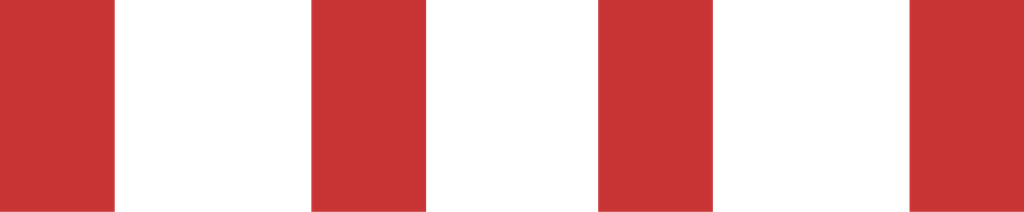
<source format=kicad_pcb>
(kicad_pcb (version 123) (host pcbnew version)

(setup
  (last_trace_width 0.254)
  (user_trace_width 0.254)
  (user_trace_width 0.255)
  (trace_clearance 0.2032)
  (zone_clearance 0.508)
  (zone_45_only no)
  (trace_min 0.254)
  (segment_width 0.2)
  (edge_width 0.15)
  (via_size 0.7)
  (via_drill 0.35)
  (via_min_size 0.7)
  (via_min_drill 0.35)
  (user_via 0.7 0.35)
  (user_via 0.8 0.36)
  (blind_buried_vias_allowed yes)
  (uvia_size 0.7)
  (uvia_drill 0.35)
  (uvias_allowed no)
  (uvia_min_size 0.3)
  (uvia_min_drill 0.1)
  (pcb_text_width 0.3)
  (pcb_text_size 1.5 1.5)
  (mod_edge_width 0.15)
  (mod_text_size 1 1)
  (mod_text_width 0.15)
  (pad_size 1 1)
  (pad_drill 0)
  (pad_to_mask_clearance 0.2)
  (pad_to_paste_clearance -0.1)
  (aux_axis_origin 0 0)
  (visible_elements FFFFFFFF)
  (pcbplotparams
    (layerselection 0x310ff_ffffffff)
    (usegerberextensions true)
    (usegerberattributes true)
    (usegerberadvancedattributes true)
    (creategerberjobfile true)
    (excludeedgelayer false)
    (linewidth 0.150000)
    (plotframeref false)
    (viasonmask true)
    (mode 1)
    (useauxorigin true)
    (hpglpennumber 1)
    (hpglpenspeed 20)
    (hpglpendiameter 15)
    (psnegative false)
    (psa4output false)
    (plotreference true)
    (plotvalue true)
    (plotinvisibletext false)
    (padsonsilk false)
    (subtractmaskfromsilk false)
    (outputformat 1)
    (mirror false)
    (drillshape 0)
    (scaleselection 1)
    (outputdirectory ./))
)

  (net 0 "")
  (net 1 VI)
  (net 2 VO)
  (net 3 GND)

  (module Resistors_SMD:R_0805 (layer F.Cu) (tedit 5415CDEB) (tstamp 58F8B6A2)
    (at 106.67619 86.162991)
    (pad 1 smd rect (at -0.95 0) (size 0.7 1.3) (layers F.Cu F.Paste F.Mask)
      (net 1 VI))
    (pad 2 smd rect (at 0.95 0) (size 0.7 1.3) (layers F.Cu F.Paste F.Mask)
      (net 2 VO))
  )

  (module Resistors_SMD:R_0805 (layer F.Cu) (tedit 5415CDEB) (tstamp 58F8B6AE)
    (at 110.32619 86.162991)
    (pad 2 smd rect (at 0.95 0) (size 0.7 1.3) (layers F.Cu F.Paste F.Mask)
      (net 3 GND))
    (pad 1 smd rect (at -0.95 0) (size 0.7 1.3) (layers F.Cu F.Paste F.Mask)
      (net 2 VO))
  )
)

</source>
